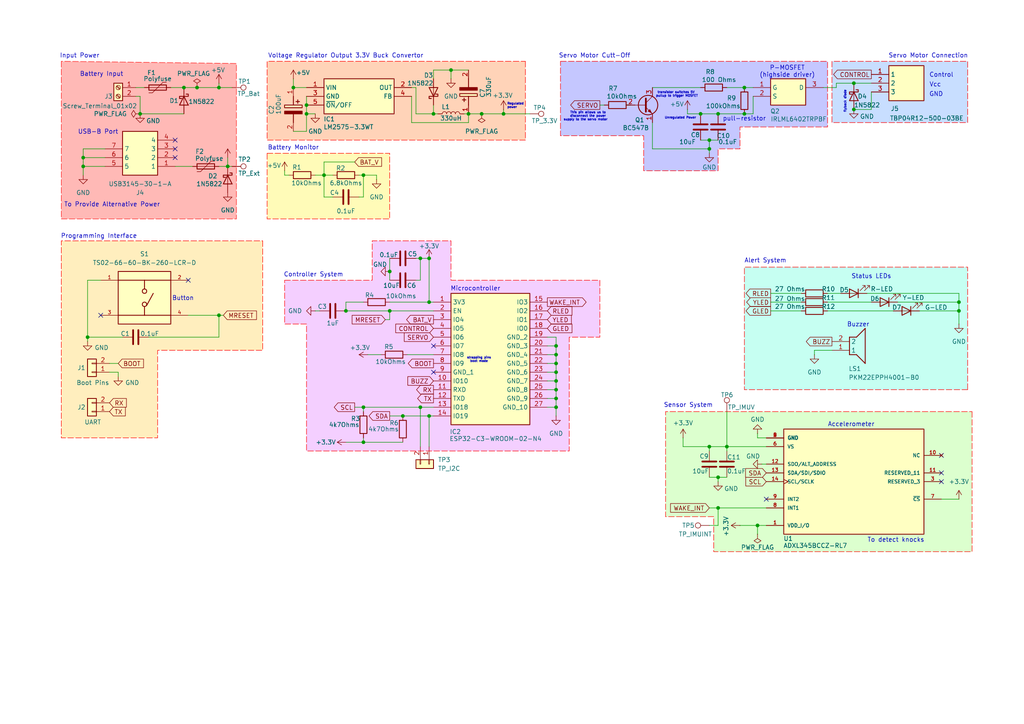
<source format=kicad_sch>
(kicad_sch (version 20250114) (generator "eeschema") (generator_version "9.0")
  (paper "A4")
  (title_block (title "KnockLockSchematic") (date "2025-11-12") (rev "4.0") (company "HSRW") (comment 1 "Group 04"))
  (text "Voltage Regulator Output 3.3V Buck Convertor\n" (at 77.724 16.256 0) (effects (font (size 1.27 1.27)) (justify left)))
  (text "Vcc\n" (at 271.272 24.638 0) (effects (font (size 1.27 1.27))))
  (text "Battery Input" (at 29.464 21.59 0) (effects (font (size 1.27 1.27))))
  (text "P-MOSFET\n(highside driver)\n" (at 228.346 20.828 0) (effects (font (size 1.27 1.27))))
  (text "Controller System\n\n" (at 90.932 80.772 0) (effects (font (size 1.27 1.27))))
  (text "To detect knocks" (at 259.842 156.718 0) (effects (font (size 1.27 1.27))))
  (text "Control\n" (at 273.05 21.844 0) (effects (font (size 1.27 1.27))))
  (text "Button" (at 53.086 86.614 0) (effects (font (size 1.27 1.27))))
  (text "Programming Interface" (at 28.702 68.58 0) (effects (font (size 1.27 1.27))))
  (text "flyback diode" (at 245.11 29.464 90) (effects (font (size 0.635 0.635))))
  (text "strapping pins\nboot mode" (at 138.938 104.394 0) (effects (font (size 0.635 0.635))))
  (text "Unregulated Power" (at 197.358 34.29 0) (effects (font (size 0.635 0.635))))
  (text "Servo Motor Cutt-Off\n" (at 172.466 16.256 0) (effects (font (size 1.27 1.27))))
  (text "Regulated \npower" (at 147.066 30.734 0) (effects (font (size 0.635 0.635)) (justify left)))
  (text "Sensor System" (at 199.644 117.602 0) (effects (font (size 1.27 1.27))))
  (text "GND\n" (at 271.526 27.432 0) (effects (font (size 1.27 1.27))))
  (text "Buzzer\n" (at 248.92 94.234 0) (effects (font (size 1.27 1.27))))
  (text "transistor switches 5V \npullup to trigger MOSFET" (at 196.342 27.432 0) (effects (font (size 0.635 0.635))))
  (text "Alert System" (at 221.996 75.692 0) (effects (font (size 1.27 1.27))))
  (text "Servo Motor Connection\n" (at 269.24 16.256 0) (effects (font (size 1.27 1.27))))
  (text "This pin allows us to \ndisconnect the power \nsupply to the servo motor" (at 176.276 33.782 0) (effects (font (size 0.635 0.635)) (justify right)))
  (text "Input Power" (at 23.114 16.256 0) (effects (font (size 1.27 1.27))))
  (text "Microcontroller" (at 137.922 83.82 0) (effects (font (size 1.27 1.27))))
  (text "Accelerometer" (at 246.888 123.19 0) (effects (font (size 1.27 1.27))))
  (text "Battery Monitor" (at 85.09 42.926 0) (effects (font (size 1.27 1.27))))
  (text "Status LEDs" (at 252.73 80.264 0) (effects (font (size 1.27 1.27))))
  (text "To Provide Alternative Power" (at 32.512 59.436 0) (effects (font (size 1.27 1.27))))
  (text "USB-B Port" (at 28.448 38.354 0) (effects (font (size 1.27 1.27))))
  (text "pull-resistor" (at 215.9 34.544 0) (effects (font (size 1.27 1.27))))
  (junction (at 116.84 120.65))
  (junction (at 278.13 87.63))
  (junction (at 57.15 25.4))
  (junction (at 161.29 118.11))
  (junction (at 40.64 33.02))
  (junction (at 139.7 33.02))
  (junction (at 161.29 110.49))
  (junction (at 24.13 48.26))
  (junction (at 208.28 33.02))
  (junction (at 121.92 74.93))
  (junction (at 105.41 128.27))
  (junction (at 219.71 152.4))
  (junction (at 88.9 30.48))
  (junction (at 85.09 25.4))
  (junction (at 161.29 115.57))
  (junction (at 247.65 31.75))
  (junction (at 66.04 48.26))
  (junction (at 161.29 105.41))
  (junction (at 208.28 138.43))
  (junction (at 105.41 50.8))
  (junction (at 63.5 91.44))
  (junction (at 278.13 90.17))
  (junction (at 105.41 118.11))
  (junction (at 161.29 100.33))
  (junction (at 24.13 45.72))
  (junction (at 25.4 97.79))
  (junction (at 146.05 33.02))
  (junction (at 93.98 50.8))
  (junction (at 63.5 25.4))
  (junction (at 130.81 20.32))
  (junction (at 100.33 90.17))
  (junction (at 203.2 33.02))
  (junction (at 113.03 78.74))
  (junction (at 161.29 107.95))
  (junction (at 113.03 90.17))
  (junction (at 121.92 118.11))
  (junction (at 124.46 87.63))
  (junction (at 135.89 33.02))
  (junction (at 124.46 74.93))
  (junction (at 208.28 147.32))
  (junction (at 161.29 113.03))
  (junction (at 215.9 25.4))
  (junction (at 205.74 43.18))
  (junction (at 205.74 129.54))
  (junction (at 161.29 102.87))
  (junction (at 125.73 33.02))
  (junction (at 210.82 129.54))
  (junction (at 247.65 24.13))
  (junction (at 205.74 40.64))
  (junction (at 124.46 120.65))
  (junction (at 88.9 33.02))
  (junction (at 53.34 25.4))
  (junction (at 215.9 33.02))
  (no_connect (at 125.73 100.33))
  (no_connect (at 50.8 43.18))
  (no_connect (at 54.61 81.28))
  (no_connect (at 273.05 137.16))
  (no_connect (at 125.73 107.95))
  (no_connect (at 29.21 91.44))
  (no_connect (at 273.05 132.08))
  (no_connect (at 50.8 45.72))
  (no_connect (at 50.8 40.64))
  (no_connect (at 222.25 144.78))
  (no_connect (at 273.05 139.7))
  (wire (pts (xy 25.4 97.79) (xy 35.56 97.79)))
  (wire (pts (xy 199.39 31.75) (xy 199.39 33.02)))
  (wire (pts (xy 63.5 25.4) (xy 63.5 24.13)))
  (wire (pts (xy 208.28 138.43) (xy 208.28 139.7)))
  (wire (pts (xy 240.03 85.09) (xy 243.84 85.09)))
  (wire (pts (xy 189.23 35.56) (xy 189.23 43.18)))
  (wire (pts (xy 113.03 90.17) (xy 125.73 90.17)))
  (wire (pts (xy 161.29 115.57) (xy 161.29 118.11)))
  (wire (pts (xy 215.9 25.4) (xy 218.44 25.4)))
  (wire (pts (xy 139.7 33.02) (xy 146.05 33.02)))
  (wire (pts (xy 121.92 118.11) (xy 125.73 118.11)))
  (wire (pts (xy 121.92 74.93) (xy 121.92 81.28)))
  (wire (pts (xy 205.74 44.45) (xy 205.74 43.18)))
  (wire (pts (xy 85.09 38.1) (xy 88.9 38.1)))
  (wire (pts (xy 57.15 25.4) (xy 63.5 25.4)))
  (wire (pts (xy 181.61 30.48) (xy 182.88 30.48)))
  (wire (pts (xy 104.14 57.15) (xy 105.41 57.15)))
  (wire (pts (xy 208.28 138.43) (xy 210.82 138.43)))
  (wire (pts (xy 125.73 20.32) (xy 130.81 20.32)))
  (wire (pts (xy 100.33 87.63) (xy 100.33 90.17)))
  (wire (pts (xy 40.64 33.02) (xy 53.34 33.02)))
  (wire (pts (xy 102.87 118.11) (xy 105.41 118.11)))
  (wire (pts (xy 24.13 43.18) (xy 30.48 43.18)))
  (wire (pts (xy 120.65 25.4) (xy 120.65 33.02)))
  (wire (pts (xy 105.41 127) (xy 105.41 128.27)))
  (wire (pts (xy 40.64 27.94) (xy 40.64 33.02)))
  (wire (pts (xy 242.57 24.13) (xy 247.65 24.13)))
  (wire (pts (xy 113.03 120.65) (xy 116.84 120.65)))
  (wire (pts (xy 252.73 31.75) (xy 247.65 31.75)))
  (wire (pts (xy 173.99 30.48) (xy 175.26 30.48)))
  (wire (pts (xy 82.55 49.53) (xy 82.55 50.8)))
  (wire (pts (xy 242.57 24.13) (xy 242.57 25.4)))
  (wire (pts (xy 24.13 45.72) (xy 24.13 48.26)))
  (wire (pts (xy 215.9 33.02) (xy 218.44 33.02)))
  (wire (pts (xy 25.4 97.79) (xy 25.4 99.06)))
  (wire (pts (xy 135.89 33.02) (xy 135.89 35.56)))
  (wire (pts (xy 198.12 127) (xy 198.12 129.54)))
  (wire (pts (xy 273.05 144.78) (xy 278.13 144.78)))
  (wire (pts (xy 158.75 110.49) (xy 161.29 110.49)))
  (wire (pts (xy 205.74 147.32) (xy 208.28 147.32)))
  (wire (pts (xy 43.18 97.79) (xy 63.5 97.79)))
  (wire (pts (xy 64.77 91.44) (xy 63.5 91.44)))
  (wire (pts (xy 100.33 90.17) (xy 113.03 90.17)))
  (wire (pts (xy 119.38 35.56) (xy 135.89 35.56)))
  (wire (pts (xy 205.74 152.4) (xy 208.28 152.4)))
  (wire (pts (xy 203.2 33.02) (xy 208.28 33.02)))
  (wire (pts (xy 105.41 119.38) (xy 105.41 118.11)))
  (wire (pts (xy 24.13 45.72) (xy 30.48 45.72)))
  (wire (pts (xy 113.03 74.93) (xy 113.03 78.74)))
  (wire (pts (xy 189.23 43.18) (xy 205.74 43.18)))
  (wire (pts (xy 266.7 90.17) (xy 278.13 90.17)))
  (wire (pts (xy 67.31 48.26) (xy 66.04 48.26)))
  (wire (pts (xy 205.74 129.54) (xy 210.82 129.54)))
  (wire (pts (xy 208.28 147.32) (xy 222.25 147.32)))
  (wire (pts (xy 219.71 125.73) (xy 219.71 127)))
  (wire (pts (xy 161.29 118.11) (xy 161.29 120.65)))
  (wire (pts (xy 199.39 33.02) (xy 203.2 33.02)))
  (wire (pts (xy 104.14 50.8) (xy 105.41 50.8)))
  (wire (pts (xy 53.34 25.4) (xy 57.15 25.4)))
  (wire (pts (xy 130.81 20.32) (xy 130.81 22.86)))
  (wire (pts (xy 39.37 25.4) (xy 41.91 25.4)))
  (wire (pts (xy 135.89 33.02) (xy 139.7 33.02)))
  (wire (pts (xy 100.33 128.27) (xy 105.41 128.27)))
  (wire (pts (xy 125.73 30.48) (xy 125.73 33.02)))
  (wire (pts (xy 251.46 85.09) (xy 278.13 85.09)))
  (wire (pts (xy 31.75 107.95) (xy 34.29 107.95)))
  (wire (pts (xy 102.87 46.99) (xy 93.98 46.99)))
  (wire (pts (xy 63.5 91.44) (xy 63.5 97.79)))
  (wire (pts (xy 210.82 130.81) (xy 210.82 129.54)))
  (wire (pts (xy 121.92 74.93) (xy 124.46 74.93)))
  (wire (pts (xy 125.73 20.32) (xy 125.73 22.86)))
  (wire (pts (xy 219.71 152.4) (xy 222.25 152.4)))
  (wire (pts (xy 205.74 130.81) (xy 205.74 129.54)))
  (wire (pts (xy 91.44 50.8) (xy 93.98 50.8)))
  (wire (pts (xy 118.11 102.87) (xy 125.73 102.87)))
  (wire (pts (xy 124.46 120.65) (xy 124.46 129.54)))
  (wire (pts (xy 119.38 27.94) (xy 119.38 35.56)))
  (wire (pts (xy 24.13 48.26) (xy 30.48 48.26)))
  (wire (pts (xy 161.29 100.33) (xy 161.29 102.87)))
  (wire (pts (xy 158.75 115.57) (xy 161.29 115.57)))
  (wire (pts (xy 113.03 87.63) (xy 124.46 87.63)))
  (wire (pts (xy 210.82 119.38) (xy 210.82 129.54)))
  (wire (pts (xy 88.9 33.02) (xy 88.9 30.48)))
  (wire (pts (xy 120.65 33.02) (xy 125.73 33.02)))
  (wire (pts (xy 67.31 25.4) (xy 63.5 25.4)))
  (wire (pts (xy 222.25 127) (xy 219.71 127)))
  (wire (pts (xy 223.52 90.17) (xy 232.41 90.17)))
  (wire (pts (xy 105.41 118.11) (xy 121.92 118.11)))
  (wire (pts (xy 130.81 20.32) (xy 135.89 20.32)))
  (wire (pts (xy 278.13 93.98) (xy 278.13 90.17)))
  (wire (pts (xy 34.29 107.95) (xy 34.29 109.22)))
  (wire (pts (xy 124.46 74.93) (xy 124.46 87.63)))
  (wire (pts (xy 161.29 97.79) (xy 161.29 100.33)))
  (wire (pts (xy 161.29 110.49) (xy 161.29 113.03)))
  (wire (pts (xy 146.05 31.75) (xy 146.05 33.02)))
  (wire (pts (xy 63.5 48.26) (xy 66.04 48.26)))
  (wire (pts (xy 24.13 48.26) (xy 24.13 50.8)))
  (wire (pts (xy 158.75 97.79) (xy 161.29 97.79)))
  (wire (pts (xy 88.9 38.1) (xy 88.9 33.02)))
  (wire (pts (xy 85.09 22.86) (xy 85.09 25.4)))
  (wire (pts (xy 214.63 152.4) (xy 219.71 152.4)))
  (wire (pts (xy 120.65 81.28) (xy 121.92 81.28)))
  (wire (pts (xy 124.46 87.63) (xy 125.73 87.63)))
  (wire (pts (xy 105.41 128.27) (xy 116.84 128.27)))
  (wire (pts (xy 54.61 91.44) (xy 63.5 91.44)))
  (wire (pts (xy 127 33.02) (xy 125.73 33.02)))
  (wire (pts (xy 34.29 105.41) (xy 31.75 105.41)))
  (wire (pts (xy 124.46 120.65) (xy 125.73 120.65)))
  (wire (pts (xy 198.12 129.54) (xy 205.74 129.54)))
  (wire (pts (xy 93.98 46.99) (xy 93.98 50.8)))
  (wire (pts (xy 158.75 100.33) (xy 161.29 100.33)))
  (wire (pts (xy 93.98 57.15) (xy 93.98 50.8)))
  (wire (pts (xy 210.82 25.4) (xy 215.9 25.4)))
  (wire (pts (xy 88.9 27.94) (xy 88.9 30.48)))
  (wire (pts (xy 93.98 50.8) (xy 96.52 50.8)))
  (wire (pts (xy 109.22 50.8) (xy 109.22 52.07)))
  (wire (pts (xy 260.35 87.63) (xy 278.13 87.63)))
  (wire (pts (xy 91.44 90.17) (xy 92.71 90.17)))
  (wire (pts (xy 24.13 43.18) (xy 24.13 45.72)))
  (wire (pts (xy 158.75 102.87) (xy 161.29 102.87)))
  (wire (pts (xy 189.23 25.4) (xy 203.2 25.4)))
  (wire (pts (xy 218.44 33.02) (xy 218.44 27.94)))
  (wire (pts (xy 208.28 33.02) (xy 215.9 33.02)))
  (wire (pts (xy 223.52 85.09) (xy 232.41 85.09)))
  (wire (pts (xy 96.52 57.15) (xy 93.98 57.15)))
  (wire (pts (xy 153.67 33.02) (xy 146.05 33.02)))
  (wire (pts (xy 205.74 40.64) (xy 208.28 40.64)))
  (wire (pts (xy 278.13 87.63) (xy 278.13 90.17)))
  (wire (pts (xy 158.75 107.95) (xy 161.29 107.95)))
  (wire (pts (xy 25.4 81.28) (xy 25.4 97.79)))
  (wire (pts (xy 158.75 113.03) (xy 161.29 113.03)))
  (wire (pts (xy 100.33 87.63) (xy 105.41 87.63)))
  (wire (pts (xy 105.41 50.8) (xy 109.22 50.8)))
  (wire (pts (xy 241.3 101.6) (xy 236.22 101.6)))
  (wire (pts (xy 113.03 81.28) (xy 113.03 78.74)))
  (wire (pts (xy 242.57 25.4) (xy 238.76 25.4)))
  (wire (pts (xy 161.29 113.03) (xy 161.29 115.57)))
  (wire (pts (xy 106.68 102.87) (xy 110.49 102.87)))
  (wire (pts (xy 105.41 57.15) (xy 105.41 50.8)))
  (wire (pts (xy 158.75 105.41) (xy 161.29 105.41)))
  (wire (pts (xy 161.29 107.95) (xy 161.29 110.49)))
  (wire (pts (xy 158.75 118.11) (xy 161.29 118.11)))
  (wire (pts (xy 121.92 118.11) (xy 121.92 129.54)))
  (wire (pts (xy 161.29 102.87) (xy 161.29 105.41)))
  (wire (pts (xy 205.74 43.18) (xy 205.74 40.64)))
  (wire (pts (xy 135.89 33.02) (xy 134.62 33.02)))
  (wire (pts (xy 220.98 134.62) (xy 222.25 134.62)))
  (wire (pts (xy 66.04 45.72) (xy 66.04 48.26)))
  (wire (pts (xy 252.73 26.67) (xy 252.73 31.75)))
  (wire (pts (xy 49.53 25.4) (xy 53.34 25.4)))
  (wire (pts (xy 40.64 27.94) (xy 39.37 27.94)))
  (wire (pts (xy 208.28 152.4) (xy 208.28 147.32)))
  (wire (pts (xy 240.03 87.63) (xy 252.73 87.63)))
  (wire (pts (xy 236.22 101.6) (xy 236.22 102.87)))
  (wire (pts (xy 210.82 129.54) (xy 222.25 129.54)))
  (wire (pts (xy 85.09 25.4) (xy 88.9 25.4)))
  (wire (pts (xy 113.03 92.71) (xy 113.03 90.17)))
  (wire (pts (xy 119.38 25.4) (xy 120.65 25.4)))
  (wire (pts (xy 111.76 92.71) (xy 113.03 92.71)))
  (wire (pts (xy 223.52 87.63) (xy 232.41 87.63)))
  (wire (pts (xy 219.71 152.4) (xy 219.71 154.94)))
  (wire (pts (xy 208.28 138.43) (xy 205.74 138.43)))
  (wire (pts (xy 247.65 24.13) (xy 252.73 24.13)))
  (wire (pts (xy 82.55 50.8) (xy 83.82 50.8)))
  (wire (pts (xy 203.2 40.64) (xy 205.74 40.64)))
  (wire (pts (xy 25.4 81.28) (xy 29.21 81.28)))
  (wire (pts (xy 91.44 33.02) (xy 88.9 33.02)))
  (wire (pts (xy 278.13 85.09) (xy 278.13 87.63)))
  (wire (pts (xy 50.8 48.26) (xy 55.88 48.26)))
  (wire (pts (xy 120.65 74.93) (xy 121.92 74.93)))
  (wire (pts (xy 161.29 105.41) (xy 161.29 107.95)))
  (wire (pts (xy 240.03 90.17) (xy 259.08 90.17)))
  (wire (pts (xy 116.84 120.65) (xy 124.46 120.65)))
  (global_label "RLED" (shape input) (at 158.75 90.17 0) (property "Intersheetrefs" "${INTERSHEET_REFS}" (effects (hide yes))))
  (global_label "SERVO" (shape output) (at 173.99 30.48 180) (property "Intersheetrefs" "${INTERSHEET_REFS}" (effects (hide yes))))
  (global_label "BAT_V" (shape output) (at 125.73 92.71 180) (property "Intersheetrefs" "${INTERSHEET_REFS}" (effects (hide yes))))
  (global_label "SCL" (shape input) (at 222.25 139.7 180) (property "Intersheetrefs" "${INTERSHEET_REFS}" (effects (hide yes))))
  (global_label "WAKE_INT" (shape input) (at 205.74 147.32 180) (property "Intersheetrefs" "${INTERSHEET_REFS}" (effects (hide yes))))
  (global_label "RX" (shape output) (at 125.73 113.03 180) (property "Intersheetrefs" "${INTERSHEET_REFS}" (effects (hide yes))))
  (global_label "SERVO" (shape input) (at 125.73 97.79 180) (property "Intersheetrefs" "${INTERSHEET_REFS}" (effects (hide yes))))
  (global_label "CONTROL" (shape input) (at 125.73 95.25 180) (property "Intersheetrefs" "${INTERSHEET_REFS}" (effects (hide yes))))
  (global_label "MRESET" (shape input) (at 111.76 92.71 180) (property "Intersheetrefs" "${INTERSHEET_REFS}" (effects (hide yes))))
  (global_label "YLED" (shape input) (at 158.75 92.71 0) (property "Intersheetrefs" "${INTERSHEET_REFS}" (effects (hide yes))))
  (global_label "RLED" (shape output) (at 223.52 85.09 180) (property "Intersheetrefs" "${INTERSHEET_REFS}" (effects (hide yes))))
  (global_label "BOOT" (shape output) (at 125.73 105.41 180) (property "Intersheetrefs" "${INTERSHEET_REFS}" (effects (hide yes))))
  (global_label "SDA" (shape output) (at 113.03 120.65 180) (property "Intersheetrefs" "${INTERSHEET_REFS}" (effects (hide yes))))
  (global_label "YLED" (shape output) (at 223.52 87.63 180) (property "Intersheetrefs" "${INTERSHEET_REFS}" (effects (hide yes))))
  (global_label "WAKE_INT" (shape output) (at 158.75 87.63 0) (property "Intersheetrefs" "${INTERSHEET_REFS}" (effects (hide yes))))
  (global_label "BOOT" (shape input) (at 34.29 105.41 0) (property "Intersheetrefs" "${INTERSHEET_REFS}" (effects (hide yes))))
  (global_label "TX" (shape output) (at 125.73 115.57 180) (property "Intersheetrefs" "${INTERSHEET_REFS}" (effects (hide yes))))
  (global_label "SDA" (shape input) (at 222.25 137.16 180) (property "Intersheetrefs" "${INTERSHEET_REFS}" (effects (hide yes))))
  (global_label "GLED" (shape input) (at 158.75 95.25 0) (property "Intersheetrefs" "${INTERSHEET_REFS}" (effects (hide yes))))
  (global_label "MRESET" (shape input) (at 64.77 91.44 0) (property "Intersheetrefs" "${INTERSHEET_REFS}" (effects (hide yes))))
  (global_label "BUZZ" (shape output) (at 241.3 99.06 180) (property "Intersheetrefs" "${INTERSHEET_REFS}" (effects (hide yes))))
  (global_label "TX" (shape input) (at 31.75 119.38 0) (property "Intersheetrefs" "${INTERSHEET_REFS}" (effects (hide yes))))
  (global_label "BUZZ" (shape input) (at 125.73 110.49 180) (property "Intersheetrefs" "${INTERSHEET_REFS}" (effects (hide yes))))
  (global_label "GLED" (shape output) (at 223.52 90.17 180) (property "Intersheetrefs" "${INTERSHEET_REFS}" (effects (hide yes))))
  (global_label "BAT_V" (shape input) (at 102.87 46.99 0) (property "Intersheetrefs" "${INTERSHEET_REFS}" (effects (hide yes))))
  (global_label "RX" (shape input) (at 31.75 116.84 0) (property "Intersheetrefs" "${INTERSHEET_REFS}" (effects (hide yes))))
  (global_label "SCL" (shape output) (at 102.87 118.11 180) (property "Intersheetrefs" "${INTERSHEET_REFS}" (effects (hide yes))))
  (global_label "CONTROL" (shape output) (at 252.73 21.59 180) (property "Intersheetrefs" "${INTERSHEET_REFS}" (effects (hide yes))))
  (rule_area (polyline (pts (xy 17.78 17.78) (xy 17.78 63.5) (xy 68.58 63.5) (xy 68.58 18.415)) (stroke (width 0) (type dash) (color 255 29 29 1)) (fill (type color) (color 255 23 12 0.3))))
  (rule_area (polyline (pts (xy 241.3 17.78) (xy 241.3 35.56) (xy 280.67 35.56) (xy 280.67 17.78)) (stroke (width 0) (type dash)) (fill (type color) (color 74 147 255 0.3019607843))))
  (rule_area (polyline (pts (xy 162.56 17.78) (xy 240.03 17.78) (xy 240.03 36.83) (xy 214.63 36.83) (xy 214.63 43.18) (xy 208.28 43.18) (xy 208.28 49.53) (xy 186.69 49.53) (xy 186.69 39.37) (xy 162.56 39.37)) (stroke (width 0) (type dash)) (fill (type color) (color 60 67 255 0.3))))
  (rule_area (polyline (pts (xy 281.94 119.38) (xy 281.94 160.02) (xy 207.01 160.02) (xy 207.01 149.86) (xy 193.04 149.86) (xy 193.04 119.38)) (stroke (width 0) (type dash)) (fill (type color) (color 138 255 90 0.3))))
  (rule_area (polyline (pts (xy 82.55 81.28) (xy 107.95 81.28) (xy 107.95 69.85) (xy 130.81 69.85) (xy 130.81 81.28) (xy 173.99 81.28) (xy 173.99 97.79) (xy 165.1 97.79) (xy 165.1 130.81) (xy 134.62 130.81) (xy 133.35 130.81) (xy 120.65 130.81) (xy 118.11 130.81) (xy 88.9 130.81) (xy 88.9 129.54) (xy 88.9 93.98) (xy 82.55 93.98)) (stroke (width 0) (type dash)) (fill (type color) (color 217 94 255 0.3))))
  (rule_area (polyline (pts (xy 77.47 44.45) (xy 113.03 44.45) (xy 113.03 63.5) (xy 77.47 63.5)) (stroke (width 0) (type dash)) (fill (type color) (color 255 240 18 0.3))))
  (rule_area (polyline (pts (xy 76.2 69.85) (xy 76.2 101.6) (xy 45.72 101.6) (xy 45.72 127) (xy 17.78 127) (xy 17.78 113.03) (xy 17.78 69.85)) (stroke (width 0) (type dash)) (fill (type color) (color 255 196 39 0.3))))
  (rule_area (polyline (pts (xy 280.67 113.03) (xy 215.9 113.03) (xy 215.9 77.47) (xy 280.67 77.47)) (stroke (width 0) (type dash)) (fill (type color) (color 66 255 212 0.3))))
  (rule_area (polyline (pts (xy 152.4 17.78) (xy 152.4 40.64) (xy 77.47 40.64) (xy 77.47 17.78)) (stroke (width 0) (type dash)) (fill (type color) (color 255 109 17 0.3))))
  (symbol (lib_id "power:GND") (at 278.13 93.98 0) (unit 1)
    (property "Reference" "#PWR029" (effects (hide yes)))
    (property "Value" "GND" (at 278.13 99.06 0))
    (property "Description" "Power symbol creates a global label with name \"GND\" , ground" (effects (hide yes)))
  )
  (symbol (lib_id "SamacSys_Parts:EEU-FC1C101H") (at 85.09 25.4 270) (unit 1)
    (property "Reference" "C2" (at 78.74 30.48 0) (effects (justify left)))
    (property "Value" "100uF" (at 80.772 27.178 0) (effects (justify left)))
    (property "Footprint" "SamacSys_Parts:CAPPRD250W55D630H1220" (effects (hide yes)))
    (property "Datasheet" "http://industrial.panasonic.com/cdbs/www-data/pdf/RDF0000/ABA0000C1209.pdf" (effects (hide yes)))
    (property "Description" "Aluminium Electrolytic Capacitor, Radial Lead, AEC-Q200, 105?C" (effects (hide yes)))
    (property "Height" "12.2" (effects (hide yes)))
    (property "Mouser Part Number" "667-EEU-FC1C101H" (effects (hide yes)))
    (property "Mouser Price/Stock" "https://www.mouser.co.uk/ProductDetail/Panasonic/EEU-FC1C101H?qs=%2FC1U95aQ15szP%252BXx0reJVg%3D%3D" (effects (hide yes)))
    (property "Manufacturer_Name" "Panasonic" (effects (hide yes)))
    (property "Manufacturer_Part_Number" "EEU-FC1C101H" (effects (hide yes)))
  )
  (symbol (lib_id "Device:C") (at 210.82 134.62 180) (unit 1)
    (property "Reference" "C11" (at 212.852 132.588 0))
    (property "Value" "0.1uF" (at 213.614 136.652 0))
    (property "Footprint" "Capacitor_SMD:C_0805_2012Metric_Pad1.18x1.45mm_HandSolder" (effects (hide yes)))
    (property "Description" "Unpolarized capacitor" (effects (hide yes)))
  )
  (symbol (lib_id "power:+3.3V") (at 198.12 127 0) (unit 1)
    (property "Reference" "#PWR020" (effects (hide yes)))
    (property "Value" "+3.3V" (at 198.12 122.682 0))
    (property "Description" "Power symbol creates a global label with name \"+3.3V\"" (effects (hide yes)))
  )
  (symbol (lib_id "power:GND") (at 91.44 90.17 270) (unit 1)
    (property "Reference" "#PWR011" (effects (hide yes)))
    (property "Value" "GND" (at 87.63 90.1699 90) (effects (justify right)))
    (property "Description" "Power symbol creates a global label with name \"GND\" , ground" (effects (hide yes)))
  )
  (symbol (lib_id "Transistor_BJT:2N3904") (at 186.69 30.48 0) (unit 1)
    (property "Reference" "Q1" (at 184.15 34.798 0) (effects (justify left)))
    (property "Value" "BC547B" (at 180.594 37.084 0) (effects (justify left)))
    (property "Footprint" "Package_TO_SOT_THT:TO-92_HandSolder" (effects (hide yes)))
    (property "Datasheet" "https://www.onsemi.com/pub/Collateral/2N3903-D.PDF" (effects (hide yes)))
    (property "Description" "0.2A Ic, 40V Vce, Small Signal NPN Transistor, TO-92" (effects (hide yes)))
  )
  (symbol (lib_id "Device:R") (at 236.22 90.17 90) (unit 1)
    (property "Reference" "R12" (at 240.284 88.9 90))
    (property "Value" "27 Ohms" (at 229.108 88.9 90))
    (property "Footprint" "Resistor_SMD:R_1206_3216Metric_Pad1.30x1.75mm_HandSolder" (effects (hide yes)))
    (property "Description" "Resistor" (effects (hide yes)))
  )
  (symbol (lib_id "SamacSys_Parts:TBP04R12-500-03BE") (at 252.73 21.59 0) (unit 1)
    (property "Reference" "J5" (at 258.318 31.496 0) (effects (justify left)))
    (property "Value" "TBP04R12-500-03BE" (at 258.064 34.29 0) (effects (justify left)))
    (property "Footprint" "SamacSys_Parts:TBP04R1250003BE" (effects (hide yes)))
    (property "Datasheet" "https://www.sameskydevices.com/product/resource/tbp04r12-500.pdf" (effects (hide yes)))
    (property "Description" "3 Position Terminal Block Header, Male Pins, Shrouded (4 Side) 0.197\" (5.00mm) 90, Right Angle Through Hole" (effects (hide yes)))
    (property "Height" "8.8" (effects (hide yes)))
    (property "Mouser Part Number" "179-TBP04R12-50003BE" (effects (hide yes)))
    (property "Mouser Price/Stock" "https://www.mouser.co.uk/ProductDetail/CUI-Devices/TBP04R12-500-03BE?qs=TCDPyi3sCW0NaxY6tKwPhA%3D%3D" (effects (hide yes)))
    (property "Manufacturer_Name" "Same Sky" (effects (hide yes)))
    (property "Manufacturer_Part_Number" "TBP04R12-500-03BE" (effects (hide yes)))
  )
  (symbol (lib_id "power:GND") (at 25.4 99.06 0) (unit 1)
    (property "Reference" "#PWR02" (effects (hide yes)))
    (property "Value" "GND" (at 29.464 100.838 0))
    (property "Description" "Power symbol creates a global label with name \"GND\" , ground" (effects (hide yes)))
  )
  (symbol (lib_id "Device:Polyfuse") (at 45.72 25.4 90) (unit 1)
    (property "Reference" "F1" (at 43.942 21.082 90))
    (property "Value" "Polyfuse" (at 45.72 22.86 90))
    (property "Footprint" "Fuse:Fuse_BelFuse_0ZRE0012FF_L8.3mm_W3.8mm" (effects (hide yes)))
    (property "Description" "Resettable fuse, polymeric positive temperature coefficient" (effects (hide yes)))
  )
  (symbol (lib_id "Connector_Generic:Conn_01x02") (at 124.46 134.62 270) (unit 1)
    (property "Reference" "TP3" (at 127 133.3499 90) (effects (justify left)))
    (property "Value" "TP_I2C" (at 127 135.8899 90) (effects (justify left)))
    (property "Footprint" "Connector_PinSocket_2.54mm:PinSocket_1x02_P2.54mm_Vertical" (effects (hide yes)))
    (property "Description" "Generic connector, single row, 01x02, script generated (kicad-library-utils/schlib/autogen/connector/)" (effects (hide yes)))
  )
  (symbol (lib_id "power:GND") (at 109.22 52.07 0) (unit 1)
    (property "Reference" "#PWR014" (effects (hide yes)))
    (property "Value" "GND" (at 109.22 57.15 0))
    (property "Description" "Power symbol creates a global label with name \"GND\" , ground" (effects (hide yes)))
  )
  (symbol (lib_id "power:GND") (at 219.71 125.73 180) (unit 1)
    (property "Reference" "#PWR025" (effects (hide yes)))
    (property "Value" "GND" (at 219.71 121.666 0))
    (property "Description" "Power symbol creates a global label with name \"GND\" , ground" (effects (hide yes)))
  )
  (symbol (lib_id "power:GND") (at 24.13 50.8 0) (unit 1)
    (property "Reference" "#PWR01" (effects (hide yes)))
    (property "Value" "GND" (at 24.13 55.88 0))
    (property "Description" "Power symbol creates a global label with name \"GND\" , ground" (effects (hide yes)))
  )
  (symbol (lib_id "SamacSys_Parts:USB3145-30-1-A") (at 50.8 48.26 180) (unit 1)
    (property "Reference" "J4" (at 40.64 55.88 0))
    (property "Value" "USB3145-30-1-A" (at 40.64 53.34 0))
    (property "Footprint" "SamacSys_Parts:USB3145301A" (effects (hide yes)))
    (property "Datasheet" "https://gct.co/connector/usb3145" (effects (hide yes)))
    (property "Description" "GCT (GLOBAL CONNECTOR TECHNOLOGY) - USB3145-30-1-A - MICRO USB, 2.0 TYPE B, RECEPTACLE, TH" (effects (hide yes)))
    (property "Mouser Part Number" "640-USB3145-30-1-A" (effects (hide yes)))
    (property "Mouser Price/Stock" "https://www.mouser.co.uk/ProductDetail/GCT/USB3145-30-1-A?qs=KUoIvG%2F9IlYD1lvSRu5iyg%3D%3D" (effects (hide yes)))
    (property "Manufacturer_Name" "GCT (GLOBAL CONNECTOR TECHNOLOGY)" (effects (hide yes)))
    (property "Manufacturer_Part_Number" "USB3145-30-1-A" (effects (hide yes)))
  )
  (symbol (lib_id "SamacSys_Parts:PKM22EPPH4001-B0") (at 241.3 99.06 0) (unit 1)
    (property "Reference" "LS1" (at 246.126 106.934 0) (effects (justify left)))
    (property "Value" "PKM22EPPH4001-B0" (at 246.126 109.474 0) (effects (justify left)))
    (property "Footprint" "SamacSys_Parts:PKM22EPPH4001B0" (effects (hide yes)))
    (property "Datasheet" "https://www.murata.com/products/productdata/8801054064670/SPEC-PKM22EPPH4001-B0.pdf?1517839211000" (effects (hide yes)))
    (property "Description" "Buzzers Transducer, Externally Driven Piezo 1.5 V 4kHz 75dB @ 1.5V, 10cm Through Hole PC Pins" (effects (hide yes)))
    (property "Height" "10.7" (effects (hide yes)))
    (property "Mouser Part Number" "81-PKM22EPPH4001-B0" (effects (hide yes)))
    (property "Mouser Price/Stock" "https://www.mouser.co.uk/ProductDetail/Murata-Electronics/PKM22EPPH4001-B0?qs=flZjIlU0hx2Fke4m2iZ9MA%3D%3D" (effects (hide yes)))
    (property "Manufacturer_Name" "Murata Electronics" (effects (hide yes)))
    (property "Manufacturer_Part_Number" "PKM22EPPH4001-B0" (effects (hide yes)))
  )
  (symbol (lib_id "Connector:TestPoint") (at 205.74 152.4 90) (unit 1)
    (property "Reference" "TP5" (at 199.644 152.4 90))
    (property "Value" "TP_IMUINT" (at 201.676 154.94 90))
    (property "Footprint" "Connector_PinSocket_2.54mm:PinSocket_1x01_P2.54mm_Vertical" (effects (hide yes)))
    (property "Description" "test point" (effects (hide yes)))
  )
  (symbol (lib_id "power:+5V") (at 63.5 24.13 0) (unit 1)
    (property "Reference" "#PWR05" (effects (hide yes)))
    (property "Value" "+5V" (at 63.246 20.32 0))
    (property "Description" "Power symbol creates a global label with name \"+5V\"" (effects (hide yes)))
  )
  (symbol (lib_id "Device:LED") (at 247.65 85.09 180) (unit 1)
    (property "Reference" "D5" (at 244.856 84.074 0))
    (property "Value" "R-LED" (at 255.778 83.82 0))
    (property "Footprint" "LED_THT:LED_D3.0mm" (effects (hide yes)))
    (property "Description" "Light emitting diode" (effects (hide yes)))
    (property "Sim.Pins" "1=K 2=A" (effects (hide yes)))
  )
  (symbol (lib_id "Device:R") (at 207.01 25.4 90) (unit 1)
    (property "Reference" "R8" (at 205.994 20.828 90))
    (property "Value" "100 Ohms" (at 208.534 23.114 90))
    (property "Footprint" "Resistor_SMD:R_1206_3216Metric_Pad1.30x1.75mm_HandSolder" (effects (hide yes)))
    (property "Description" "Resistor" (effects (hide yes)))
  )
  (symbol (lib_id "Device:LED") (at 256.54 87.63 180) (unit 1)
    (property "Reference" "D6" (at 253.746 86.614 0))
    (property "Value" "Y-LED" (at 264.922 86.36 0))
    (property "Footprint" "LED_THT:LED_D3.0mm" (effects (hide yes)))
    (property "Description" "Light emitting diode" (effects (hide yes)))
    (property "Sim.Pins" "1=K 2=A" (effects (hide yes)))
  )
  (symbol (lib_id "power:+3.3V") (at 214.63 152.4 90) (unit 1)
    (property "Reference" "#PWR024" (effects (hide yes)))
    (property "Value" "+3.3V" (at 210.566 152.654 0))
    (property "Description" "Power symbol creates a global label with name \"+3.3V\"" (effects (hide yes)))
  )
  (symbol (lib_id "Device:C") (at 205.74 134.62 180) (unit 1)
    (property "Reference" "C9" (at 204.216 132.334 0))
    (property "Value" "10uF" (at 203.2 136.652 0))
    (property "Footprint" "Capacitor_THT:C_Radial_D5.0mm_H11.0mm_P2.00mm" (effects (hide yes)))
    (property "Description" "Unpolarized capacitor" (effects (hide yes)))
  )
  (symbol (lib_id "power:+3.3V") (at 278.13 144.78 0) (unit 1)
    (property "Reference" "#PWR030" (effects (hide yes)))
    (property "Value" "+3.3V" (at 278.13 139.7 0))
    (property "Description" "Power symbol creates a global label with name \"+3.3V\"" (effects (hide yes)))
  )
  (symbol (lib_id "Device:R") (at 87.63 50.8 90) (unit 1)
    (property "Reference" "R1" (at 86.106 48.514 90))
    (property "Value" "10kOhms" (at 88.9 53.086 90))
    (property "Footprint" "Resistor_SMD:R_1206_3216Metric_Pad1.30x1.75mm_HandSolder" (effects (hide yes)))
    (property "Description" "Resistor" (effects (hide yes)))
  )
  (symbol (lib_id "Diode:1N5822") (at 247.65 27.94 270) (unit 1)
    (property "Reference" "D4" (at 251.46 27.94 90) (effects (justify right)))
    (property "Value" "1N5822" (at 255.27 30.48 90) (effects (justify right)))
    (property "Footprint" "1N5908:DIOAD2920W106L900D505" (effects (hide yes)))
    (property "Datasheet" "http://www.vishay.com/docs/88526/1n5820.pdf" (effects (hide yes)))
    (property "Description" "40V 3A Schottky Barrier Rectifier Diode, DO-201AD" (effects (hide yes)))
  )
  (symbol (lib_id "Device:R") (at 105.41 123.19 180) (unit 1)
    (property "Reference" "R3" (at 103.124 121.412 0))
    (property "Value" "4k7Ohms" (at 99.822 123.19 0))
    (property "Footprint" "Resistor_SMD:R_1206_3216Metric_Pad1.30x1.75mm_HandSolder" (effects (hide yes)))
    (property "Description" "Resistor" (effects (hide yes)))
  )
  (symbol (lib_id "Device:R") (at 179.07 30.48 90) (unit 1)
    (property "Reference" "R7" (at 177.8 25.654 90))
    (property "Value" "10kOhms" (at 180.34 27.94 90))
    (property "Footprint" "Resistor_SMD:R_1206_3216Metric_Pad1.30x1.75mm_HandSolder" (effects (hide yes)))
    (property "Description" "Resistor" (effects (hide yes)))
  )
  (symbol (lib_id "Device:R") (at 100.33 50.8 90) (unit 1)
    (property "Reference" "R2" (at 98.806 48.768 90))
    (property "Value" "6.8kOhms" (at 100.33 53.086 90))
    (property "Footprint" "Resistor_SMD:R_1206_3216Metric_Pad1.30x1.75mm_HandSolder" (effects (hide yes)))
    (property "Description" "Resistor" (effects (hide yes)))
  )
  (symbol (lib_id "Connector_Generic:Conn_01x02") (at 26.67 119.38 180) (unit 1)
    (property "Reference" "J2" (at 23.622 118.11 0))
    (property "Value" "UART" (at 26.924 122.428 0))
    (property "Footprint" "Connector_PinSocket_2.54mm:PinSocket_1x02_P2.54mm_Vertical" (effects (hide yes)))
    (property "Description" "Generic connector, single row, 01x02, script generated (kicad-library-utils/schlib/autogen/connector/)" (effects (hide yes)))
  )
  (symbol (lib_id "SamacSys_Parts:IRLML6402TRPBF") (at 218.44 25.4 0) (unit 1)
    (property "Reference" "Q2" (at 224.79 32.258 0))
    (property "Value" "IRLML6402TRPBF" (at 231.648 34.544 0))
    (property "Footprint" "SamacSys_Parts:SOT95P237X112-3N" (effects (hide yes)))
    (property "Datasheet" "http://www.infineon.com/dgdl/irlml6402pbf.pdf?fileId=5546d462533600a401535668d5c2263c" (effects (hide yes)))
    (property "Description" "MOSFET MOSFT P-Ch -3.7A 65mOhm 8nC Log Lvl" (effects (hide yes)))
    (property "Height" "1.12" (effects (hide yes)))
    (property "Mouser Part Number" "942-IRLML6402TRPBF" (effects (hide yes)))
    (property "Mouser Price/Stock" "https://www.mouser.co.uk/ProductDetail/Infineon-Technologies/IRLML6402TRPBF?qs=9%252BKlkBgLFf0HuZuONx2Ewg%3D%3D" (effects (hide yes)))
    (property "Manufacturer_Name" "Infineon" (effects (hide yes)))
    (property "Manufacturer_Part_Number" "IRLML6402TRPBF" (effects (hide yes)))
  )
  (symbol (lib_id "Device:C") (at 116.84 81.28 90) (unit 1)
    (property "Reference" "C6" (at 119.38 82.804 90))
    (property "Value" "10uF" (at 113.538 82.804 90))
    (property "Footprint" "Capacitor_THT:C_Radial_D5.0mm_H11.0mm_P2.00mm" (effects (hide yes)))
    (property "Description" "Unpolarized capacitor" (effects (hide yes)))
  )
  (symbol (lib_id "Device:C") (at 39.37 97.79 90) (unit 1)
    (property "Reference" "C1" (at 36.322 96.774 90))
    (property "Value" "0.1uF" (at 43.434 96.774 90))
    (property "Footprint" "Capacitor_SMD:C_0805_2012Metric_Pad1.18x1.45mm_HandSolder" (effects (hide yes)))
    (property "Description" "Unpolarized capacitor" (effects (hide yes)))
  )
  (symbol (lib_id "SamacSys_Parts:LM2575-3.3WT") (at 88.9 25.4 0) (unit 1)
    (property "Reference" "IC1" (at 95.504 34.544 0))
    (property "Value" "LM2575-3.3WT" (at 101.092 36.83 0))
    (property "Footprint" "SamacSys_Parts:LM257533WT" (effects (hide yes)))
    (property "Datasheet" "https://ww1.microchip.com/downloads/en/DeviceDoc/lm2575.pdf" (effects (hide yes)))
    (property "Description" "Switching Voltage Regulators 1A Step-Down SMPS Regulator" (effects (hide yes)))
    (property "Height" "15.113" (effects (hide yes)))
    (property "Mouser Part Number" "998-LM2575-3.3WT" (effects (hide yes)))
    (property "Mouser Price/Stock" "https://www.mouser.co.uk/ProductDetail/Microchip-Technology/LM2575-3.3WT?qs=kh6iOki%2FeLFAZSEMjMNbiQ%3D%3D" (effects (hide yes)))
    (property "Manufacturer_Name" "Microchip" (effects (hide yes)))
    (property "Manufacturer_Part_Number" "LM2575-3.3WT" (effects (hide yes)))
  )
  (symbol (lib_id "power:GND") (at 247.65 31.75 0) (unit 1)
    (property "Reference" "#PWR028" (effects (hide yes)))
    (property "Value" "GND" (at 251.46 33.782 0))
    (property "Description" "Power symbol creates a global label with name \"GND\" , ground" (effects (hide yes)))
  )
  (symbol (lib_id "Connector:TestPoint") (at 153.67 33.02 270) (unit 1)
    (property "Reference" "TP4" (at 154.686 31.242 90) (effects (justify left)))
    (property "Value" "TP_3.3V" (at 154.178 35.052 90) (effects (justify left)))
    (property "Footprint" "TestPoint:TestPoint_Pad_D1.5mm" (effects (hide yes)))
    (property "Description" "test point" (effects (hide yes)))
  )
  (symbol (lib_id "Connector:TestPoint") (at 67.31 25.4 270) (unit 1)
    (property "Reference" "TP1" (at 69.088 23.622 90) (effects (justify left)))
    (property "Value" "TP_Bat" (at 68.834 27.178 90) (effects (justify left)))
    (property "Footprint" "TestPoint:TestPoint_Pad_D1.5mm" (effects (hide yes)))
    (property "Description" "test point" (effects (hide yes)))
  )
  (symbol (lib_id "power:+3.3V") (at 106.68 102.87 90) (unit 1)
    (property "Reference" "#PWR013" (effects (hide yes)))
    (property "Value" "+3.3V" (at 104.394 100.838 90))
    (property "Description" "Power symbol creates a global label with name \"+3.3V\"" (effects (hide yes)))
  )
  (symbol (lib_id "power:GND") (at 161.29 120.65 0) (unit 1)
    (property "Reference" "#PWR019" (effects (hide yes)))
    (property "Value" "GND" (at 161.29 125.73 0))
    (property "Description" "Power symbol creates a global label with name \"GND\" , ground" (effects (hide yes)))
  )
  (symbol (lib_id "Device:R") (at 215.9 29.21 0) (unit 1)
    (property "Reference" "R9" (at 210.82 28.448 0) (effects (justify left)))
    (property "Value" "100kOhms" (at 204.724 30.734 0) (effects (justify left)))
    (property "Footprint" "Resistor_SMD:R_1206_3216Metric_Pad1.30x1.75mm_HandSolder" (effects (hide yes)))
    (property "Description" "Resistor" (effects (hide yes)))
  )
  (symbol (lib_id "power:GND") (at 205.74 44.45 0) (unit 1)
    (property "Reference" "#PWR022" (effects (hide yes)))
    (property "Value" "GND" (at 205.74 48.514 0))
    (property "Description" "Power symbol creates a global label with name \"GND\" , ground" (effects (hide yes)))
  )
  (symbol (lib_id "power:GND") (at 40.64 33.02 0) (unit 1)
    (property "Reference" "#PWR04" (effects (hide yes)))
    (property "Value" "GND" (at 44.45 35.052 0))
    (property "Description" "Power symbol creates a global label with name \"GND\" , ground" (effects (hide yes)))
  )
  (symbol (lib_id "Diode:1N5822") (at 125.73 26.67 90) (unit 1)
    (property "Reference" "D3" (at 122.936 21.844 90) (effects (justify right)))
    (property "Value" "1N5822" (at 118.11 24.13 90) (effects (justify right)))
    (property "Footprint" "1N5908:DIOAD2920W106L900D505" (effects (hide yes)))
    (property "Datasheet" "http://www.vishay.com/docs/88526/1n5820.pdf" (effects (hide yes)))
    (property "Description" "40V 3A Schottky Barrier Rectifier Diode, DO-201AD" (effects (hide yes)))
  )
  (symbol (lib_id "TS02-66-60-BK-260-LCR-D:TS02-66-60-BK-260-LCR-D") (at 41.91 86.36 0) (unit 1)
    (property "Reference" "S1" (at 41.91 73.66 0))
    (property "Value" "TS02-66-60-BK-260-LCR-D" (at 41.91 76.2 0))
    (property "Footprint" "TS02-66-60-BK-260-LCR-D:SW_TS02-66-60-BK-260-LCR-D" (effects (hide yes)))
    (property "MF" "Same Sky" (effects (hide yes)))
    (property "Description_1" "6 x 6 mm, 6 mm Actuator Height, 260 gf, Black, Long Crimped, Through Hole, SPST, Tactile Switch" (effects (hide yes)))
    (property "Package" "None" (effects (hide yes)))
    (property "Price" "None" (effects (hide yes)))
    (property "Check_prices" "https://www.snapeda.com/parts/TS02-66-60-BK-260-LCR-D/Same+Sky/view-part/?ref=eda" (effects (hide yes)))
    (property "STANDARD" "Manufacturer Recommendations" (effects (hide yes)))
    (property "PARTREV" "1.0" (effects (hide yes)))
    (property "SnapEDA_Link" "https://www.snapeda.com/parts/TS02-66-60-BK-260-LCR-D/Same+Sky/view-part/?ref=snap" (effects (hide yes)))
    (property "MP" "TS02-66-60-BK-260-LCR-D" (effects (hide yes)))
    (property "Availability" "In Stock" (effects (hide yes)))
    (property "MANUFACTURER" "CUI Devices" (effects (hide yes)))
  )
  (symbol (lib_id "Device:Polyfuse") (at 59.69 48.26 90) (unit 1)
    (property "Reference" "F2" (at 57.912 43.942 90))
    (property "Value" "Polyfuse" (at 60.706 45.974 90))
    (property "Footprint" "Fuse:Fuse_BelFuse_0ZRE0012FF_L8.3mm_W3.8mm" (effects (hide yes)))
    (property "Description" "Resettable fuse, polymeric positive temperature coefficient" (effects (hide yes)))
  )
  (symbol (lib_id "power:GND") (at 66.04 55.88 0) (unit 1)
    (property "Reference" "#PWR07" (effects (hide yes)))
    (property "Value" "GND" (at 66.04 60.96 0))
    (property "Description" "Power symbol creates a global label with name \"GND\" , ground" (effects (hide yes)))
  )
  (symbol (lib_id "power:PWR_FLAG") (at 40.64 33.02 90) (unit 1)
    (property "Reference" "#FLG01" (effects (hide yes)))
    (property "Value" "PWR_FLAG" (at 36.83 33.0199 90) (effects (justify left)))
    (property "Description" "Special symbol for telling ERC where power comes from" (effects (hide yes)))
  )
  (symbol (lib_id "ADXL345BCCZ-RL7:ADXL345BCCZ-RL7") (at 247.65 139.7 180) (unit 1)
    (property "Reference" "U1" (at 228.6 156.21 0))
    (property "Value" "ADXL345BCCZ-RL7" (at 236.474 158.242 0))
    (property "Footprint" "ADXL345BCCZ-RL7:PQFN80P500X300X100-14N" (effects (hide yes)))
    (property "MF" "Analog Devices" (effects (hide yes)))
    (property "SNAPEDA_PACKAGE_ID" "105924" (effects (hide yes)))
    (property "MAXIMUM_PACKAGE_HEIGHT" "1 mm" (effects (hide yes)))
    (property "Price" "None" (effects (hide yes)))
    (property "Package" "LGA -14 Analog Devices" (effects (hide yes)))
    (property "Check_prices" "https://www.snapeda.com/parts/ADXL345BCCZ-RL7/Analog+Devices/view-part/?ref=eda" (effects (hide yes)))
    (property "STANDARD" "IPC 7351B" (effects (hide yes)))
    (property "PARTREV" "B" (effects (hide yes)))
    (property "SnapEDA_Link" "https://www.snapeda.com/parts/ADXL345BCCZ-RL7/Analog+Devices/view-part/?ref=snap" (effects (hide yes)))
    (property "MP" "ADXL345BCCZ-RL7" (effects (hide yes)))
    (property "Description_1" "3-Axis, ±2 g/±4 g/±8 g/±16 g Digital Accelerometer" (effects (hide yes)))
    (property "MANUFACTURER" "Analog Devices" (effects (hide yes)))
    (property "Availability" "In Stock" (effects (hide yes)))
    (property "SNAPEDA_PN" "ADXL345BCCZ-RL7" (effects (hide yes)))
  )
  (symbol (lib_id "Device:C") (at 208.28 36.83 180) (unit 1)
    (property "Reference" "C10" (at 209.804 39.37 0))
    (property "Value" "0.1uF" (at 211.074 41.148 0))
    (property "Footprint" "Capacitor_SMD:C_0805_2012Metric_Pad1.18x1.45mm_HandSolder" (effects (hide yes)))
    (property "Description" "Unpolarized capacitor" (effects (hide yes)))
  )
  (symbol (lib_id "Connector_Generic:Conn_01x02") (at 26.67 107.95 180) (unit 1)
    (property "Reference" "J1" (at 23.622 106.68 0))
    (property "Value" "Boot Pins" (at 26.924 110.998 0))
    (property "Footprint" "Connector_PinSocket_2.54mm:PinSocket_1x02_P2.54mm_Vertical" (effects (hide yes)))
    (property "Description" "Generic connector, single row, 01x02, script generated (kicad-library-utils/schlib/autogen/connector/)" (effects (hide yes)))
  )
  (symbol (lib_id "Device:R") (at 116.84 124.46 180) (unit 1)
    (property "Reference" "R6" (at 114.3 122.682 0))
    (property "Value" "4k7Ohms" (at 111.252 124.46 0))
    (property "Footprint" "Resistor_SMD:R_1206_3216Metric_Pad1.30x1.75mm_HandSolder" (effects (hide yes)))
    (property "Description" "Resistor" (effects (hide yes)))
  )
  (symbol (lib_id "Connector:TestPoint") (at 210.82 119.38 0) (unit 1)
    (property "Reference" "TP6" (at 209.042 114.554 0) (effects (justify left)))
    (property "Value" "TP_IMUV" (at 211.074 118.11 0) (effects (justify left)))
    (property "Footprint" "TestPoint:TestPoint_Pad_D1.5mm" (effects (hide yes)))
    (property "Description" "test point" (effects (hide yes)))
  )
  (symbol (lib_id "power:+3V3") (at 146.05 31.75 0) (unit 1)
    (property "Reference" "#PWR018" (effects (hide yes)))
    (property "Value" "+3.3V" (at 145.796 27.686 0))
    (property "Description" "Power symbol creates a global label with name \"+3V3\"" (effects (hide yes)))
  )
  (symbol (lib_id "Device:C") (at 116.84 74.93 90) (unit 1)
    (property "Reference" "C5" (at 119.634 73.66 90))
    (property "Value" "0.1uF" (at 112.776 73.914 90))
    (property "Footprint" "Capacitor_SMD:C_0805_2012Metric_Pad1.18x1.45mm_HandSolder" (effects (hide yes)))
    (property "Description" "Unpolarized capacitor" (effects (hide yes)))
  )
  (symbol (lib_id "power:+5V") (at 85.09 22.86 0) (unit 1)
    (property "Reference" "#PWR09" (effects (hide yes)))
    (property "Value" "+5V" (at 87.884 21.082 0))
    (property "Description" "Power symbol creates a global label with name \"+5V\"" (effects (hide yes)))
  )
  (symbol (lib_id "Device:C") (at 203.2 36.83 180) (unit 1)
    (property "Reference" "C8" (at 201.676 39.116 0))
    (property "Value" "10uF" (at 199.39 41.148 0))
    (property "Footprint" "Capacitor_THT:C_Radial_D5.0mm_H11.0mm_P2.00mm" (effects (hide yes)))
    (property "Description" "Unpolarized capacitor" (effects (hide yes)))
  )
  (symbol (lib_id "power:PWR_FLAG") (at 219.71 154.94 180) (unit 1)
    (property "Reference" "#FLG04" (effects (hide yes)))
    (property "Value" "PWR_FLAG" (at 219.71 158.75 0))
    (property "Description" "Special symbol for telling ERC where power comes from" (effects (hide yes)))
  )
  (symbol (lib_id "power:GND") (at 34.29 109.22 0) (unit 1)
    (property "Reference" "#PWR03" (effects (hide yes)))
    (property "Value" "GND" (at 38.354 110.998 0))
    (property "Description" "Power symbol creates a global label with name \"GND\" , ground" (effects (hide yes)))
  )
  (symbol (lib_id "power:GND") (at 208.28 139.7 0) (unit 1)
    (property "Reference" "#PWR023" (effects (hide yes)))
    (property "Value" "GND" (at 214.122 141.732 0) (effects (justify right)))
    (property "Description" "Power symbol creates a global label with name \"GND\" , ground" (effects (hide yes)))
  )
  (symbol (lib_id "Device:C") (at 100.33 57.15 90) (unit 1)
    (property "Reference" "C4" (at 97.028 55.88 90))
    (property "Value" "0.1uF" (at 100.33 61.214 90))
    (property "Footprint" "Capacitor_SMD:C_0805_2012Metric_Pad1.18x1.45mm_HandSolder" (effects (hide yes)))
    (property "Description" "Unpolarized capacitor" (effects (hide yes)))
  )
  (symbol (lib_id "ScrewTerminalHSRW:Screw_Terminal_01x02") (at 34.29 27.94 180) (unit 1)
    (property "Reference" "J3" (at 31.496 27.94 0))
    (property "Value" "Screw_Terminal_01x02" (at 28.956 30.734 0))
    (property "Footprint" "TerminalBlock:TerminalBlock_bornier-2_P5.08mm" (effects (hide yes)))
    (property "Description" "Generic screw terminal, single row, 01x02, script generated (kicad-library-utils/schlib/autogen/connector/)" (effects (hide yes)))
  )
  (symbol (lib_id "power:GND") (at 220.98 134.62 270) (unit 1)
    (property "Reference" "#PWR026" (effects (hide yes)))
    (property "Value" "GND" (at 220.472 132.334 90) (effects (justify right)))
    (property "Description" "Power symbol creates a global label with name \"GND\" , ground" (effects (hide yes)))
  )
  (symbol (lib_id "power:+5V") (at 199.39 31.75 0) (unit 1)
    (property "Reference" "#PWR021" (effects (hide yes)))
    (property "Value" "+5V" (at 196.342 30.226 0))
    (property "Description" "Power symbol creates a global label with name \"+5V\"" (effects (hide yes)))
  )
  (symbol (lib_id "power:GND") (at 91.44 33.02 0) (unit 1)
    (property "Reference" "#PWR010" (effects (hide yes)))
    (property "Value" "GND" (at 91.44 38.1 0))
    (property "Description" "Power symbol creates a global label with name \"GND\" , ground" (effects (hide yes)))
  )
  (symbol (lib_id "Device:R") (at 236.22 85.09 90) (unit 1)
    (property "Reference" "R10" (at 240.284 83.82 90))
    (property "Value" "27 Ohms" (at 229.108 83.82 90))
    (property "Footprint" "Resistor_SMD:R_1206_3216Metric_Pad1.30x1.75mm_HandSolder" (effects (hide yes)))
    (property "Description" "Resistor" (effects (hide yes)))
  )
  (symbol (lib_id "power:+5V") (at 82.55 49.53 0) (unit 1)
    (property "Reference" "#PWR08" (effects (hide yes)))
    (property "Value" "+5V" (at 79.502 48.006 0))
    (property "Description" "Power symbol creates a global label with name \"+5V\"" (effects (hide yes)))
  )
  (symbol (lib_id "Device:C") (at 96.52 90.17 270) (unit 1)
    (property "Reference" "C3" (at 93.472 88.9 90))
    (property "Value" "1uF" (at 96.52 93.726 90))
    (property "Footprint" "Capacitor_THT:C_Radial_D4.0mm_H7.0mm_P1.50mm" (effects (hide yes)))
    (property "Description" "Unpolarized capacitor" (effects (hide yes)))
  )
  (symbol (lib_id "Device:R") (at 236.22 87.63 90) (unit 1)
    (property "Reference" "R11" (at 240.284 86.36 90))
    (property "Value" "27 Ohms" (at 229.108 86.614 90))
    (property "Footprint" "Resistor_SMD:R_1206_3216Metric_Pad1.30x1.75mm_HandSolder" (effects (hide yes)))
    (property "Description" "Resistor" (effects (hide yes)))
  )
  (symbol (lib_id "power:GND") (at 236.22 102.87 0) (unit 1)
    (property "Reference" "#PWR027" (effects (hide yes)))
    (property "Value" "GND" (at 236.22 107.95 0))
    (property "Description" "Power symbol creates a global label with name \"GND\" , ground" (effects (hide yes)))
  )
  (symbol (lib_id "Diode:1N5822") (at 66.04 52.07 270) (unit 1)
    (property "Reference" "D2" (at 61.722 51.054 90))
    (property "Value" "1N5822" (at 60.706 53.34 90))
    (property "Footprint" "1N5908:DIOAD2920W106L900D505" (effects (hide yes)))
    (property "Datasheet" "http://www.vishay.com/docs/88526/1n5820.pdf" (effects (hide yes)))
    (property "Description" "40V 3A Schottky Barrier Rectifier Diode, DO-201AD" (effects (hide yes)))
  )
  (symbol (lib_id "power:+3.3V") (at 100.33 128.27 90) (unit 1)
    (property "Reference" "#PWR012" (effects (hide yes)))
    (property "Value" "+3.3V" (at 94.488 128.27 90))
    (property "Description" "Power symbol creates a global label with name \"+3.3V\"" (effects (hide yes)))
  )
  (symbol (lib_id "power:GND") (at 130.81 22.86 0) (unit 1)
    (property "Reference" "#PWR017" (effects (hide yes)))
    (property "Value" "GND" (at 130.81 27.94 0))
    (property "Description" "Power symbol creates a global label with name \"GND\" , ground" (effects (hide yes)))
  )
  (symbol (lib_id "Device:R") (at 109.22 87.63 90) (unit 1)
    (property "Reference" "R4" (at 107.188 85.598 90))
    (property "Value" "10kOhms" (at 116.332 85.852 90))
    (property "Footprint" "Resistor_SMD:R_1206_3216Metric_Pad1.30x1.75mm_HandSolder" (effects (hide yes)))
    (property "Description" "Resistor" (effects (hide yes)))
  )
  (symbol (lib_id "Device:LED") (at 262.89 90.17 180) (unit 1)
    (property "Reference" "D7" (at 260.096 89.154 0))
    (property "Value" "G-LED" (at 271.526 89.154 0))
    (property "Footprint" "LED_THT:LED_D3.0mm" (effects (hide yes)))
    (property "Description" "Light emitting diode" (effects (hide yes)))
    (property "Sim.Pins" "1=K 2=A" (effects (hide yes)))
  )
  (symbol (lib_id "Device:L") (at 130.81 33.02 90) (unit 1)
    (property "Reference" "L1" (at 129.286 30.988 90))
    (property "Value" "330uH" (at 130.81 34.29 90))
    (property "Footprint" "Inductor_THT:L_Radial_D9.5mm_P5.00mm_Fastron_07HVP" (effects (hide yes)))
    (property "Description" "Inductor" (effects (hide yes)))
  )
  (symbol (lib_id "SamacSys_Parts:ESP32-C3-WROOM-02-N4") (at 125.73 87.63 0) (unit 1)
    (property "Reference" "IC2" (at 132.08 125.222 0))
    (property "Value" "ESP32-C3-WROOM-02-N4" (at 143.764 127.254 0))
    (property "Footprint" "SamacSys_Parts:ESP32C3WROOM02N4" (effects (hide yes)))
    (property "Datasheet" "https://www.mouser.ch/datasheet/2/891/Espressif_ESP32_C3_WROOM_02-2006871.pdf" (effects (hide yes)))
    (property "Description" "WiFi Modules (802.11) (Engineering Samples) SMD module, ESP32-C3, 4MB SPI flash, PCB antenna, -40 C +85 C" (effects (hide yes)))
    (property "Height" "3.35" (effects (hide yes)))
    (property "Mouser Part Number" "356-ESP32C3WROOM02N4" (effects (hide yes)))
    (property "Mouser Price/Stock" "https://www.mouser.co.uk/ProductDetail/Espressif-Systems/ESP32-C3-WROOM-02-N4?qs=stqOd1AaK7%2FqjTZKEOgfUg%3D%3D" (effects (hide yes)))
    (property "Manufacturer_Name" "Espressif Systems" (effects (hide yes)))
    (property "Manufacturer_Part_Number" "ESP32-C3-WROOM-02-N4" (effects (hide yes)))
  )
  (symbol (lib_id "SamacSys_Parts:EEU-FR1E331") (at 135.89 33.02 90) (unit 1)
    (property "Reference" "C7" (at 139.954 25.654 0) (effects (justify right)))
    (property "Value" "330uF" (at 141.732 22.098 0) (effects (justify right)))
    (property "Footprint" "SamacSys_Parts:CAPPRD350W65D800H1300" (effects (hide yes)))
    (property "Datasheet" "http://industrial.panasonic.com/cdbs/www-data/pdf/RDF0000/ABA0000C1259.pdf" (effects (hide yes)))
    (property "Description" "Panasonic 330uF 25 V dc Aluminium Electrolytic Capacitor, FR Radial Series 6000h 8 (Dia.) x 11.5mm" (effects (hide yes)))
    (property "Height" "13" (effects (hide yes)))
    (property "Mouser Part Number" "667-EEU-FR1E331" (effects (hide yes)))
    (property "Mouser Price/Stock" "https://www.mouser.co.uk/ProductDetail/Panasonic/EEU-FR1E331?qs=Uw8ySfEHS7IWkhRa2g6NVA%3D%3D" (effects (hide yes)))
    (property "Manufacturer_Name" "Panasonic" (effects (hide yes)))
    (property "Manufacturer_Part_Number" "EEU-FR1E331" (effects (hide yes)))
  )
  (symbol (lib_id "Diode:1N5819") (at 53.34 29.21 270) (unit 1)
    (property "Reference" "D1" (at 51.816 29.21 90) (effects (justify right)))
    (property "Value" "1N5822" (at 62.23 29.464 90) (effects (justify right)))
    (property "Footprint" "1N5908:DIOAD2920W106L900D505" (effects (hide yes)))
    (property "Datasheet" "http://www.vishay.com/docs/88525/1n5817.pdf" (effects (hide yes)))
    (property "Description" "40V 1A Schottky Barrier Rectifier Diode, DO-41" (effects (hide yes)))
  )
  (symbol (lib_id "power:+5V") (at 66.04 45.72 0) (unit 1)
    (property "Reference" "#PWR06" (effects (hide yes)))
    (property "Value" "+5V" (effects (hide yes)))
    (property "Description" "Power symbol creates a global label with name \"+5V\"" (effects (hide yes)))
  )
  (symbol (lib_id "power:PWR_FLAG") (at 57.15 25.4 0) (unit 1)
    (property "Reference" "#FLG02" (effects (hide yes)))
    (property "Value" "PWR_FLAG" (at 51.308 21.336 0) (effects (justify left)))
    (property "Description" "Special symbol for telling ERC where power comes from" (effects (hide yes)))
  )
  (symbol (lib_id "Device:R") (at 114.3 102.87 90) (unit 1)
    (property "Reference" "R5" (at 112.776 100.584 90))
    (property "Value" "10kOhms" (at 113.284 104.902 90))
    (property "Footprint" "Resistor_SMD:R_1206_3216Metric_Pad1.30x1.75mm_HandSolder" (effects (hide yes)))
    (property "Description" "Resistor" (effects (hide yes)))
  )
  (symbol (lib_id "power:+3.3V") (at 124.46 74.93 0) (unit 1)
    (property "Reference" "#PWR016" (effects (hide yes)))
    (property "Value" "+3.3V" (at 124.46 71.374 0))
    (property "Description" "Power symbol creates a global label with name \"+3.3V\"" (effects (hide yes)))
  )
  (symbol (lib_id "Connector:TestPoint") (at 67.31 48.26 270) (unit 1)
    (property "Reference" "TP2" (at 69.088 46.228 90) (effects (justify left)))
    (property "Value" "TP_Ext" (at 69.088 50.292 90) (effects (justify left)))
    (property "Footprint" "TestPoint:TestPoint_Pad_D1.5mm" (effects (hide yes)))
    (property "Description" "test point" (effects (hide yes)))
  )
  (symbol (lib_id "power:PWR_FLAG") (at 139.7 33.02 180) (unit 1)
    (property "Reference" "#FLG03" (effects (hide yes)))
    (property "Value" "PWR_FLAG" (at 139.7 38.1 0))
    (property "Description" "Special symbol for telling ERC where power comes from" (effects (hide yes)))
  )
  (symbol (lib_id "power:GND") (at 113.03 78.74 270) (unit 1)
    (property "Reference" "#PWR015" (effects (hide yes)))
    (property "Value" "GND" (at 112.268 76.708 90) (effects (justify right)))
    (property "Description" "Power symbol creates a global label with name \"GND\" , ground" (effects (hide yes)))
  )
)
</source>
